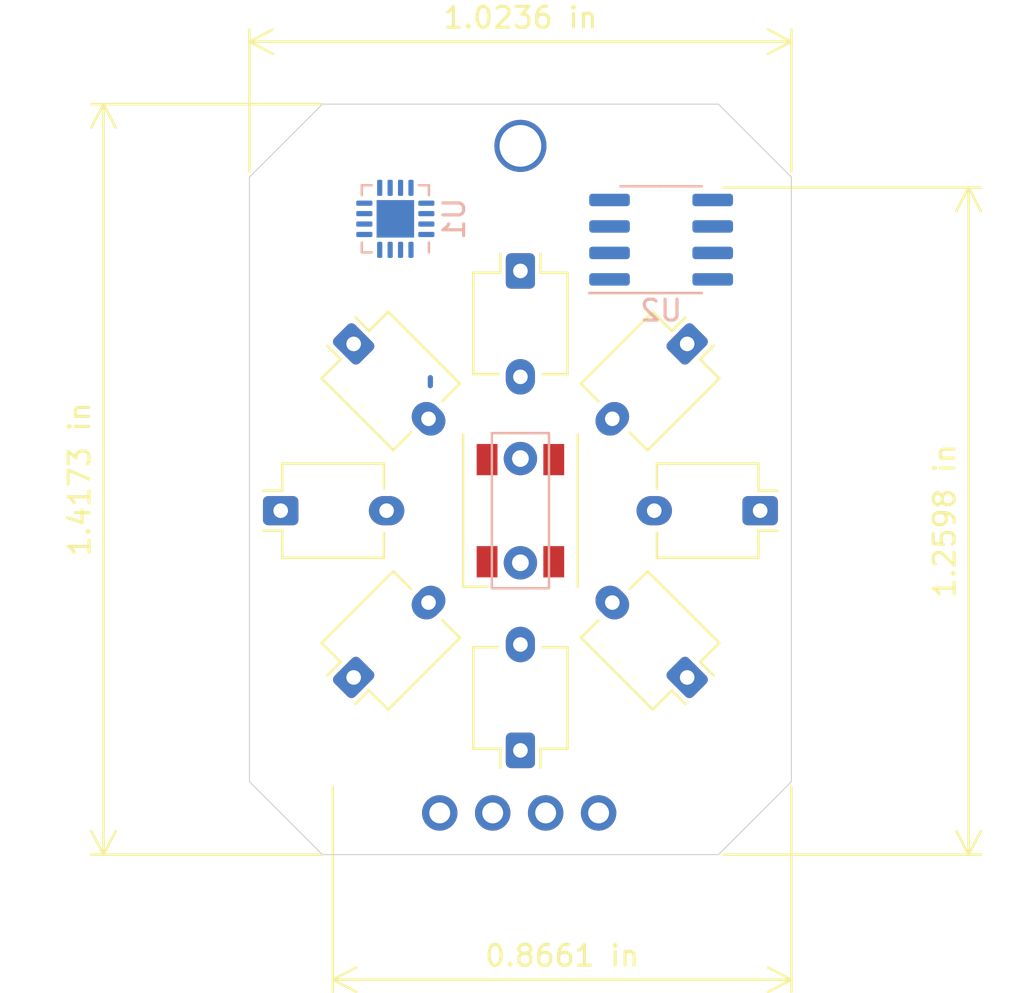
<source format=kicad_pcb>
(kicad_pcb (version 20171130) (host pcbnew 5.1.5+dfsg1-2build2)

  (general
    (thickness 1.6)
    (drawings 13)
    (tracks 2)
    (zones 0)
    (modules 13)
    (nets 13)
  )

  (page A4)
  (layers
    (0 F.Cu signal)
    (31 B.Cu signal)
    (32 B.Adhes user)
    (33 F.Adhes user)
    (34 B.Paste user)
    (35 F.Paste user)
    (36 B.SilkS user)
    (37 F.SilkS user)
    (38 B.Mask user)
    (39 F.Mask user)
    (40 Dwgs.User user)
    (41 Cmts.User user)
    (42 Eco1.User user)
    (43 Eco2.User user)
    (44 Edge.Cuts user)
    (45 Margin user)
    (46 B.CrtYd user)
    (47 F.CrtYd user)
    (48 B.Fab user)
    (49 F.Fab user)
  )

  (setup
    (last_trace_width 0.25)
    (trace_clearance 0.2)
    (zone_clearance 0.508)
    (zone_45_only no)
    (trace_min 0.2)
    (via_size 0.8)
    (via_drill 0.4)
    (via_min_size 0.4)
    (via_min_drill 0.3)
    (uvia_size 0.3)
    (uvia_drill 0.1)
    (uvias_allowed no)
    (uvia_min_size 0.2)
    (uvia_min_drill 0.1)
    (edge_width 0.05)
    (segment_width 0.2)
    (pcb_text_width 0.3)
    (pcb_text_size 1.5 1.5)
    (mod_edge_width 0.12)
    (mod_text_size 1 1)
    (mod_text_width 0.15)
    (pad_size 1.7 1.7)
    (pad_drill 1)
    (pad_to_mask_clearance 0.051)
    (solder_mask_min_width 0.25)
    (aux_axis_origin 0 0)
    (visible_elements FFFFFF7F)
    (pcbplotparams
      (layerselection 0x010fc_ffffffff)
      (usegerberextensions false)
      (usegerberattributes false)
      (usegerberadvancedattributes false)
      (creategerberjobfile false)
      (excludeedgelayer true)
      (linewidth 0.100000)
      (plotframeref false)
      (viasonmask false)
      (mode 1)
      (useauxorigin false)
      (hpglpennumber 1)
      (hpglpenspeed 20)
      (hpglpendiameter 15.000000)
      (psnegative false)
      (psa4output false)
      (plotreference true)
      (plotvalue true)
      (plotinvisibletext false)
      (padsonsilk false)
      (subtractmaskfromsilk false)
      (outputformat 1)
      (mirror false)
      (drillshape 1)
      (scaleselection 1)
      (outputdirectory ""))
  )

  (net 0 "")
  (net 1 "Net-(D1-Pad2)")
  (net 2 "Net-(D2-Pad2)")
  (net 3 "Net-(D3-Pad2)")
  (net 4 "Net-(D4-Pad2)")
  (net 5 "Net-(D5-Pad2)")
  (net 6 "Net-(D6-Pad2)")
  (net 7 "Net-(D7-Pad2)")
  (net 8 "Net-(D1-Pad1)")
  (net 9 GND)
  (net 10 "Net-(U1-Pad15)")
  (net 11 "Net-(U1-Pad11)")
  (net 12 "Net-(C1-Pad1)")

  (net_class Default "This is the default net class."
    (clearance 0.2)
    (trace_width 0.25)
    (via_dia 0.8)
    (via_drill 0.4)
    (uvia_dia 0.3)
    (uvia_drill 0.1)
    (add_net GND)
    (add_net "Net-(C1-Pad1)")
    (add_net "Net-(D1-Pad1)")
    (add_net "Net-(D1-Pad2)")
    (add_net "Net-(D2-Pad2)")
    (add_net "Net-(D3-Pad2)")
    (add_net "Net-(D4-Pad2)")
    (add_net "Net-(D5-Pad2)")
    (add_net "Net-(D6-Pad2)")
    (add_net "Net-(D7-Pad2)")
    (add_net "Net-(D9-Pad1)")
    (add_net "Net-(D9-Pad2)")
    (add_net "Net-(D9-Pad4)")
    (add_net "Net-(J1-Pad2)")
    (add_net "Net-(J1-Pad3)")
    (add_net "Net-(J1-Pad4)")
    (add_net "Net-(U1-Pad10)")
    (add_net "Net-(U1-Pad11)")
    (add_net "Net-(U1-Pad15)")
    (add_net "Net-(U1-Pad16)")
    (add_net "Net-(U1-Pad17)")
    (add_net "Net-(U1-Pad3)")
    (add_net "Net-(U1-Pad4)")
    (add_net "Net-(U1-Pad5)")
    (add_net "Net-(U1-Pad6)")
    (add_net "Net-(U1-Pad7)")
    (add_net "Net-(U1-Pad8)")
    (add_net "Net-(U1-Pad9)")
    (add_net "Net-(U2-Pad7)")
  )

  (module Connector_PinHeader_2.54mm:PinHeader_1x04_P2.54mm_Vertical (layer F.Cu) (tedit 604C8B6A) (tstamp 604C9BB2)
    (at 183.75 114.5 270)
    (descr "Through hole straight pin header, 1x04, 2.54mm pitch, single row")
    (tags "Through hole pin header THT 1x04 2.54mm single row")
    (path /604D8153)
    (fp_text reference J1 (at 0 -2.33 270) (layer F.SilkS) hide
      (effects (font (size 1 1) (thickness 0.15)))
    )
    (fp_text value Conn_01x04_MountingPin (at 0 9.95 270) (layer F.Fab) hide
      (effects (font (size 1 1) (thickness 0.15)))
    )
    (fp_text user %R (at 0 3.81) (layer F.Fab)
      (effects (font (size 1 1) (thickness 0.15)))
    )
    (fp_line (start 1.8 -1.8) (end -1.8 -1.8) (layer F.CrtYd) (width 0.05))
    (fp_line (start 1.8 9.4) (end 1.8 -1.8) (layer F.CrtYd) (width 0.05))
    (fp_line (start -1.8 9.4) (end 1.8 9.4) (layer F.CrtYd) (width 0.05))
    (fp_line (start -1.8 -1.8) (end -1.8 9.4) (layer F.CrtYd) (width 0.05))
    (pad 4 thru_hole oval (at 0 7.62 270) (size 1.7 1.7) (drill 1) (layers *.Cu *.Mask))
    (pad 3 thru_hole oval (at 0 5.08 270) (size 1.7 1.7) (drill 1) (layers *.Cu *.Mask))
    (pad 2 thru_hole oval (at 0 2.54 270) (size 1.7 1.7) (drill 1) (layers *.Cu *.Mask))
    (pad 1 thru_hole circle (at 0 0 270) (size 1.7 1.7) (drill 1) (layers *.Cu *.Mask)
      (net 9 GND))
    (model ${KISYS3DMOD}/Connector_PinHeader_2.54mm.3dshapes/PinHeader_1x04_P2.54mm_Vertical.wrl
      (at (xyz 0 0 0))
      (scale (xyz 1 1 1))
      (rotate (xyz 0 0 0))
    )
  )

  (module Capacitor_THT:C_Rect_L7.2mm_W2.5mm_P5.00mm_FKS2_FKP2_MKS2_MKP2 (layer B.Cu) (tedit 5AE50EF0) (tstamp 604BFC31)
    (at 180 102.5 90)
    (descr "C, Rect series, Radial, pin pitch=5.00mm, , length*width=7.2*2.5mm^2, Capacitor, http://www.wima.com/EN/WIMA_FKS_2.pdf")
    (tags "C Rect series Radial pin pitch 5.00mm  length 7.2mm width 2.5mm Capacitor")
    (path /6058E241)
    (fp_text reference C1 (at 2.5 2.5 90) (layer B.SilkS) hide
      (effects (font (size 1 1) (thickness 0.15)) (justify mirror))
    )
    (fp_text value C (at 2.5 -2.5 90) (layer B.Fab) hide
      (effects (font (size 1 1) (thickness 0.15)) (justify mirror))
    )
    (fp_line (start 6.35 1.5) (end -1.35 1.5) (layer B.CrtYd) (width 0.05))
    (fp_line (start 6.35 -1.5) (end 6.35 1.5) (layer B.CrtYd) (width 0.05))
    (fp_line (start -1.35 -1.5) (end 6.35 -1.5) (layer B.CrtYd) (width 0.05))
    (fp_line (start -1.35 1.5) (end -1.35 -1.5) (layer B.CrtYd) (width 0.05))
    (fp_line (start 6.22 1.37) (end 6.22 -1.37) (layer B.SilkS) (width 0.12))
    (fp_line (start -1.22 1.37) (end -1.22 -1.37) (layer B.SilkS) (width 0.12))
    (fp_line (start -1.22 -1.37) (end 6.22 -1.37) (layer B.SilkS) (width 0.12))
    (fp_line (start -1.22 1.37) (end 6.22 1.37) (layer B.SilkS) (width 0.12))
    (fp_line (start 6.1 1.25) (end -1.1 1.25) (layer B.Fab) (width 0.1))
    (fp_line (start 6.1 -1.25) (end 6.1 1.25) (layer B.Fab) (width 0.1))
    (fp_line (start -1.1 -1.25) (end 6.1 -1.25) (layer B.Fab) (width 0.1))
    (fp_line (start -1.1 1.25) (end -1.1 -1.25) (layer B.Fab) (width 0.1))
    (pad 2 thru_hole circle (at 5 0 90) (size 1.6 1.6) (drill 0.8) (layers *.Cu *.Mask)
      (net 9 GND))
    (pad 1 thru_hole circle (at 0 0 90) (size 1.6 1.6) (drill 0.8) (layers *.Cu *.Mask)
      (net 12 "Net-(C1-Pad1)"))
    (model ${KISYS3DMOD}/Capacitor_THT.3dshapes/C_Rect_L7.2mm_W2.5mm_P5.00mm_FKS2_FKP2_MKS2_MKP2.wrl
      (at (xyz 0 0 0))
      (scale (xyz 1 1 1))
      (rotate (xyz 0 0 0))
    )
  )

  (module Package_SO:SOIC-8_3.9x4.9mm_P1.27mm (layer B.Cu) (tedit 5D9F72B1) (tstamp 604BB6CF)
    (at 186.75 87)
    (descr "SOIC, 8 Pin (JEDEC MS-012AA, https://www.analog.com/media/en/package-pcb-resources/package/pkg_pdf/soic_narrow-r/r_8.pdf), generated with kicad-footprint-generator ipc_gullwing_generator.py")
    (tags "SOIC SO")
    (path /60503D62)
    (attr smd)
    (fp_text reference U2 (at 0 3.4) (layer B.SilkS)
      (effects (font (size 1 1) (thickness 0.15)) (justify mirror))
    )
    (fp_text value MSP430G2210ID (at 0 -3.4) (layer B.Fab)
      (effects (font (size 1 1) (thickness 0.15)) (justify mirror))
    )
    (fp_text user %R (at 0 0) (layer B.Fab)
      (effects (font (size 0.98 0.98) (thickness 0.15)) (justify mirror))
    )
    (fp_line (start 3.7 2.7) (end -3.7 2.7) (layer B.CrtYd) (width 0.05))
    (fp_line (start 3.7 -2.7) (end 3.7 2.7) (layer B.CrtYd) (width 0.05))
    (fp_line (start -3.7 -2.7) (end 3.7 -2.7) (layer B.CrtYd) (width 0.05))
    (fp_line (start -3.7 2.7) (end -3.7 -2.7) (layer B.CrtYd) (width 0.05))
    (fp_line (start -1.95 1.475) (end -0.975 2.45) (layer B.Fab) (width 0.1))
    (fp_line (start -1.95 -2.45) (end -1.95 1.475) (layer B.Fab) (width 0.1))
    (fp_line (start 1.95 -2.45) (end -1.95 -2.45) (layer B.Fab) (width 0.1))
    (fp_line (start 1.95 2.45) (end 1.95 -2.45) (layer B.Fab) (width 0.1))
    (fp_line (start -0.975 2.45) (end 1.95 2.45) (layer B.Fab) (width 0.1))
    (fp_line (start 0 2.56) (end -3.45 2.56) (layer B.SilkS) (width 0.12))
    (fp_line (start 0 2.56) (end 1.95 2.56) (layer B.SilkS) (width 0.12))
    (fp_line (start 0 -2.56) (end -1.95 -2.56) (layer B.SilkS) (width 0.12))
    (fp_line (start 0 -2.56) (end 1.95 -2.56) (layer B.SilkS) (width 0.12))
    (pad 8 smd roundrect (at 2.475 1.905) (size 1.95 0.6) (layers B.Cu B.Paste B.Mask) (roundrect_rratio 0.25))
    (pad 7 smd roundrect (at 2.475 0.635) (size 1.95 0.6) (layers B.Cu B.Paste B.Mask) (roundrect_rratio 0.25))
    (pad 6 smd roundrect (at 2.475 -0.635) (size 1.95 0.6) (layers B.Cu B.Paste B.Mask) (roundrect_rratio 0.25))
    (pad 5 smd roundrect (at 2.475 -1.905) (size 1.95 0.6) (layers B.Cu B.Paste B.Mask) (roundrect_rratio 0.25))
    (pad 4 smd roundrect (at -2.475 -1.905) (size 1.95 0.6) (layers B.Cu B.Paste B.Mask) (roundrect_rratio 0.25)
      (net 11 "Net-(U1-Pad11)"))
    (pad 3 smd roundrect (at -2.475 -0.635) (size 1.95 0.6) (layers B.Cu B.Paste B.Mask) (roundrect_rratio 0.25))
    (pad 2 smd roundrect (at -2.475 0.635) (size 1.95 0.6) (layers B.Cu B.Paste B.Mask) (roundrect_rratio 0.25))
    (pad 1 smd roundrect (at -2.475 1.905) (size 1.95 0.6) (layers B.Cu B.Paste B.Mask) (roundrect_rratio 0.25)
      (net 10 "Net-(U1-Pad15)"))
    (model ${KISYS3DMOD}/Package_SO.3dshapes/SOIC-8_3.9x4.9mm_P1.27mm.wrl
      (at (xyz 0 0 0))
      (scale (xyz 1 1 1))
      (rotate (xyz 0 0 0))
    )
  )

  (module LED_SMD:LED_WS2812B_PLCC4_5.0x5.0mm_P3.2mm (layer F.Cu) (tedit 5AA4B285) (tstamp 604BB663)
    (at 180 100 270)
    (descr https://cdn-shop.adafruit.com/datasheets/WS2812B.pdf)
    (tags "LED RGB NeoPixel")
    (path /605000CA)
    (attr smd)
    (fp_text reference D9 (at 0 -3.5 90) (layer F.SilkS) hide
      (effects (font (size 1 1) (thickness 0.15)))
    )
    (fp_text value WS2812B (at 0 4 90) (layer F.Fab) hide
      (effects (font (size 1 1) (thickness 0.15)))
    )
    (fp_line (start 3.45 -2.75) (end -3.45 -2.75) (layer F.CrtYd) (width 0.05))
    (fp_line (start 3.45 2.75) (end 3.45 -2.75) (layer F.CrtYd) (width 0.05))
    (fp_line (start -3.45 2.75) (end 3.45 2.75) (layer F.CrtYd) (width 0.05))
    (fp_line (start -3.45 -2.75) (end -3.45 2.75) (layer F.CrtYd) (width 0.05))
    (fp_line (start 2.5 1.5) (end 1.5 2.5) (layer F.Fab) (width 0.1))
    (fp_line (start -2.5 -2.5) (end -2.5 2.5) (layer F.Fab) (width 0.1))
    (fp_line (start -2.5 2.5) (end 2.5 2.5) (layer F.Fab) (width 0.1))
    (fp_line (start 2.5 2.5) (end 2.5 -2.5) (layer F.Fab) (width 0.1))
    (fp_line (start 2.5 -2.5) (end -2.5 -2.5) (layer F.Fab) (width 0.1))
    (fp_line (start -3.65 -2.75) (end 3.65 -2.75) (layer F.SilkS) (width 0.12))
    (fp_line (start -3.65 2.75) (end 3.65 2.75) (layer F.SilkS) (width 0.12))
    (fp_line (start 3.65 2.75) (end 3.65 1.6) (layer F.SilkS) (width 0.12))
    (fp_circle (center 0 0) (end 0 -2) (layer F.Fab) (width 0.1))
    (pad 3 smd rect (at 2.45 1.6 270) (size 1.5 1) (layers F.Cu F.Paste F.Mask)
      (net 9 GND))
    (pad 4 smd rect (at 2.45 -1.6 270) (size 1.5 1) (layers F.Cu F.Paste F.Mask))
    (pad 2 smd rect (at -2.45 1.6 270) (size 1.5 1) (layers F.Cu F.Paste F.Mask))
    (pad 1 smd rect (at -2.45 -1.6 270) (size 1.5 1) (layers F.Cu F.Paste F.Mask))
    (model ${KISYS3DMOD}/LED_SMD.3dshapes/LED_WS2812B_PLCC4_5.0x5.0mm_P3.2mm.wrl
      (at (xyz 0 0 0))
      (scale (xyz 1 1 1))
      (rotate (xyz 0 0 0))
    )
  )

  (module footprints:VQFN-16-1EP_3x3mm_P0.5mm_EP1.8x1.8mm (layer B.Cu) (tedit 5DC5F6A8) (tstamp 604B9D4C)
    (at 174 86 90)
    (descr "VQFN, 16 Pin (https://www.st.com/resource/en/datasheet/stspin220.pdf), generated with kicad-footprint-generator ipc_noLead_generator.py")
    (tags "VQFN NoLead")
    (path /6049F0BD)
    (attr smd)
    (fp_text reference U1 (at 0 2.82 270) (layer B.SilkS)
      (effects (font (size 1 1) (thickness 0.15)) (justify mirror))
    )
    (fp_text value BQ25504 (at 0 -2.82 270) (layer B.Fab)
      (effects (font (size 1 1) (thickness 0.15)) (justify mirror))
    )
    (fp_text user %R (at 0 0 270) (layer B.Fab)
      (effects (font (size 0.75 0.75) (thickness 0.11)) (justify mirror))
    )
    (fp_line (start 2.12 2.12) (end -2.12 2.12) (layer B.CrtYd) (width 0.05))
    (fp_line (start 2.12 -2.12) (end 2.12 2.12) (layer B.CrtYd) (width 0.05))
    (fp_line (start -2.12 -2.12) (end 2.12 -2.12) (layer B.CrtYd) (width 0.05))
    (fp_line (start -2.12 2.12) (end -2.12 -2.12) (layer B.CrtYd) (width 0.05))
    (fp_line (start -1.5 0.75) (end -0.75 1.5) (layer B.Fab) (width 0.1))
    (fp_line (start -1.5 -1.5) (end -1.5 0.75) (layer B.Fab) (width 0.1))
    (fp_line (start 1.5 -1.5) (end -1.5 -1.5) (layer B.Fab) (width 0.1))
    (fp_line (start 1.5 1.5) (end 1.5 -1.5) (layer B.Fab) (width 0.1))
    (fp_line (start -0.75 1.5) (end 1.5 1.5) (layer B.Fab) (width 0.1))
    (fp_line (start -1.135 1.61) (end -1.61 1.61) (layer B.SilkS) (width 0.12))
    (fp_line (start 1.61 -1.61) (end 1.61 -1.135) (layer B.SilkS) (width 0.12))
    (fp_line (start 1.135 -1.61) (end 1.61 -1.61) (layer B.SilkS) (width 0.12))
    (fp_line (start -1.61 -1.61) (end -1.61 -1.135) (layer B.SilkS) (width 0.12))
    (fp_line (start -1.135 -1.61) (end -1.61 -1.61) (layer B.SilkS) (width 0.12))
    (fp_line (start 1.61 1.61) (end 1.61 1.135) (layer B.SilkS) (width 0.12))
    (fp_line (start 1.135 1.61) (end 1.61 1.61) (layer B.SilkS) (width 0.12))
    (pad "" smd roundrect (at 0.45 -0.45 90) (size 0.73 0.73) (layers B.Paste) (roundrect_rratio 0.25))
    (pad "" smd roundrect (at 0.45 0.45 90) (size 0.73 0.73) (layers B.Paste) (roundrect_rratio 0.25))
    (pad "" smd roundrect (at -0.45 -0.45 90) (size 0.73 0.73) (layers B.Paste) (roundrect_rratio 0.25))
    (pad "" smd roundrect (at -0.45 0.45 90) (size 0.73 0.73) (layers B.Paste) (roundrect_rratio 0.25))
    (pad 17 smd rect (at 0 0 90) (size 1.8 1.8) (layers B.Cu B.Mask))
    (pad 16 smd roundrect (at -0.75 1.4875 90) (size 0.25 0.775) (layers B.Cu B.Paste B.Mask) (roundrect_rratio 0.25))
    (pad 15 smd roundrect (at -0.25 1.4875 90) (size 0.25 0.775) (layers B.Cu B.Paste B.Mask) (roundrect_rratio 0.25)
      (net 10 "Net-(U1-Pad15)"))
    (pad 14 smd roundrect (at 0.25 1.4875 90) (size 0.25 0.775) (layers B.Cu B.Paste B.Mask) (roundrect_rratio 0.25)
      (net 12 "Net-(C1-Pad1)"))
    (pad 13 smd roundrect (at 0.75 1.4875 90) (size 0.25 0.775) (layers B.Cu B.Paste B.Mask) (roundrect_rratio 0.25)
      (net 9 GND))
    (pad 12 smd roundrect (at 1.4875 0.75 90) (size 0.775 0.25) (layers B.Cu B.Paste B.Mask) (roundrect_rratio 0.25)
      (net 9 GND))
    (pad 11 smd roundrect (at 1.4875 0.25 90) (size 0.775 0.25) (layers B.Cu B.Paste B.Mask) (roundrect_rratio 0.25)
      (net 11 "Net-(U1-Pad11)"))
    (pad 10 smd roundrect (at 1.4875 -0.25 90) (size 0.775 0.25) (layers B.Cu B.Paste B.Mask) (roundrect_rratio 0.25))
    (pad 9 smd roundrect (at 1.4875 -0.75 90) (size 0.775 0.25) (layers B.Cu B.Paste B.Mask) (roundrect_rratio 0.25))
    (pad 8 smd roundrect (at 0.75 -1.4875 90) (size 0.25 0.775) (layers B.Cu B.Paste B.Mask) (roundrect_rratio 0.25))
    (pad 7 smd roundrect (at 0.25 -1.4875 90) (size 0.25 0.775) (layers B.Cu B.Paste B.Mask) (roundrect_rratio 0.25))
    (pad 6 smd roundrect (at -0.25 -1.4875 90) (size 0.25 0.775) (layers B.Cu B.Paste B.Mask) (roundrect_rratio 0.25))
    (pad 5 smd roundrect (at -0.75 -1.4875 90) (size 0.25 0.775) (layers B.Cu B.Paste B.Mask) (roundrect_rratio 0.25))
    (pad 4 smd roundrect (at -1.4875 -0.75 90) (size 0.775 0.25) (layers B.Cu B.Paste B.Mask) (roundrect_rratio 0.25))
    (pad 3 smd roundrect (at -1.4875 -0.25 90) (size 0.775 0.25) (layers B.Cu B.Paste B.Mask) (roundrect_rratio 0.25))
    (pad 2 smd roundrect (at -1.4875 0.25 90) (size 0.775 0.25) (layers B.Cu B.Paste B.Mask) (roundrect_rratio 0.25)
      (net 8 "Net-(D1-Pad1)"))
    (pad 1 smd roundrect (at -1.4875 0.75 90) (size 0.775 0.25) (layers B.Cu B.Paste B.Mask) (roundrect_rratio 0.25)
      (net 9 GND))
    (model ${KISYS3DMOD}/Package_DFN_QFN.3dshapes/VQFN-16-1EP_3x3mm_P0.5mm_EP1.8x1.8mm.wrl
      (at (xyz 0 0 0))
      (scale (xyz 1 1 1))
      (rotate (xyz 0 0 0))
    )
  )

  (module OptoDevice:Osram_DIL2_4.3x4.65mm_P5.08mm (layer F.Cu) (tedit 5B887DD0) (tstamp 604A26E9)
    (at 191.5 100 180)
    (descr "PhotoDiode, plastic DIL, 4.3x4.65mm², RM5.08")
    (tags "PhotoDiode plastic DIL RM5.08")
    (path /604A5472)
    (fp_text reference D8 (at 2.54 -3.17) (layer F.SilkS) hide
      (effects (font (size 1 1) (thickness 0.15)))
    )
    (fp_text value BPW34 (at 2.54 3.17) (layer F.Fab) hide
      (effects (font (size 1 1) (thickness 0.15)))
    )
    (fp_line (start 0.08 0.96) (end -0.84 0.96) (layer F.SilkS) (width 0.12))
    (fp_line (start 0.08 -0.96) (end -0.84 -0.96) (layer F.SilkS) (width 0.12))
    (fp_line (start 6.18 2.4) (end -1.1 2.4) (layer F.CrtYd) (width 0.05))
    (fp_line (start 6.18 2.4) (end 6.18 -2.4) (layer F.CrtYd) (width 0.05))
    (fp_line (start -1.1 -2.4) (end -1.1 2.4) (layer F.CrtYd) (width 0.05))
    (fp_line (start -1.1 -2.4) (end 6.18 -2.4) (layer F.CrtYd) (width 0.05))
    (fp_line (start 1.02 0.64) (end 3.56 0.64) (layer F.Fab) (width 0.1))
    (fp_line (start 2.03 0) (end 2.03 1.27) (layer F.Fab) (width 0.1))
    (fp_line (start 2.67 1.27) (end 2.03 0.64) (layer F.Fab) (width 0.1))
    (fp_line (start 2.67 0) (end 2.67 1.27) (layer F.Fab) (width 0.1))
    (fp_line (start 2.03 0.64) (end 2.67 0) (layer F.Fab) (width 0.1))
    (fp_line (start 3.56 -1.14) (end 2.79 -0.38) (layer F.Fab) (width 0.1))
    (fp_line (start 3.05 -1.14) (end 2.29 -0.38) (layer F.Fab) (width 0.1))
    (fp_line (start 2.29 -0.38) (end 2.29 -0.64) (layer F.Fab) (width 0.1))
    (fp_line (start 2.29 -0.38) (end 2.54 -0.38) (layer F.Fab) (width 0.1))
    (fp_line (start 2.79 -0.38) (end 2.79 -0.64) (layer F.Fab) (width 0.1))
    (fp_line (start 2.79 -0.38) (end 3.05 -0.38) (layer F.Fab) (width 0.1))
    (fp_line (start 3.79 -1.5) (end 0.79 -1.5) (layer F.Fab) (width 0.1))
    (fp_line (start 0.79 1.5) (end 3.79 1.5) (layer F.Fab) (width 0.1))
    (fp_line (start 0.84 -2.15) (end 4.84 -2.15) (layer F.Fab) (width 0.1))
    (fp_line (start 0.19 -1.5) (end 0.84 -2.15) (layer F.Fab) (width 0.1))
    (fp_line (start 0.19 2.15) (end 0.19 -1.5) (layer F.Fab) (width 0.1))
    (fp_line (start 4.84 2.15) (end 0.19 2.15) (layer F.Fab) (width 0.1))
    (fp_line (start 4.84 -2.15) (end 4.84 2.15) (layer F.Fab) (width 0.1))
    (fp_line (start 4.95 -2.26) (end 4.95 -1.06) (layer F.SilkS) (width 0.12))
    (fp_line (start 0.08 -2.26) (end 4.95 -2.26) (layer F.SilkS) (width 0.12))
    (fp_line (start 4.95 2.26) (end 0.08 2.26) (layer F.SilkS) (width 0.12))
    (fp_line (start 4.95 1.06) (end 4.95 2.26) (layer F.SilkS) (width 0.12))
    (fp_line (start 0.08 -2.26) (end 0.08 -0.96) (layer F.SilkS) (width 0.12))
    (fp_line (start 0.08 0.96) (end 0.08 2.26) (layer F.SilkS) (width 0.12))
    (fp_line (start 0.79 -1.5) (end 0.79 1.5) (layer F.Fab) (width 0.1))
    (fp_line (start 3.79 1.5) (end 3.79 -1.5) (layer F.Fab) (width 0.1))
    (pad 1 thru_hole roundrect (at 0 0 180) (size 1.7 1.4) (drill 0.7) (layers *.Cu *.Mask) (roundrect_rratio 0.178)
      (net 7 "Net-(D7-Pad2)"))
    (pad 2 thru_hole oval (at 5.08 0 180) (size 1.7 1.4) (drill 0.7) (layers *.Cu *.Mask)
      (net 9 GND))
    (model ${KISYS3DMOD}/OptoDevice.3dshapes/Osram_DIL2_4.3x4.65mm_P5.08mm.wrl
      (at (xyz 0 0 0))
      (scale (xyz 1 1 1))
      (rotate (xyz 0 0 0))
    )
  )

  (module OptoDevice:Osram_DIL2_4.3x4.65mm_P5.08mm (layer F.Cu) (tedit 5B887DD0) (tstamp 604A26C2)
    (at 188 108 135)
    (descr "PhotoDiode, plastic DIL, 4.3x4.65mm², RM5.08")
    (tags "PhotoDiode plastic DIL RM5.08")
    (path /604A5076)
    (fp_text reference D7 (at 2.54 -3.17 135) (layer F.SilkS) hide
      (effects (font (size 1 1) (thickness 0.15)))
    )
    (fp_text value BPW34 (at 2.54 3.17 135) (layer F.Fab) hide
      (effects (font (size 1 1) (thickness 0.15)))
    )
    (fp_line (start 0.08 0.96) (end -0.84 0.96) (layer F.SilkS) (width 0.12))
    (fp_line (start 0.08 -0.96) (end -0.84 -0.96) (layer F.SilkS) (width 0.12))
    (fp_line (start 6.18 2.4) (end -1.1 2.4) (layer F.CrtYd) (width 0.05))
    (fp_line (start 6.18 2.4) (end 6.18 -2.4) (layer F.CrtYd) (width 0.05))
    (fp_line (start -1.1 -2.4) (end -1.1 2.4) (layer F.CrtYd) (width 0.05))
    (fp_line (start -1.1 -2.4) (end 6.18 -2.4) (layer F.CrtYd) (width 0.05))
    (fp_line (start 1.02 0.64) (end 3.56 0.64) (layer F.Fab) (width 0.1))
    (fp_line (start 2.03 0) (end 2.03 1.27) (layer F.Fab) (width 0.1))
    (fp_line (start 2.67 1.27) (end 2.03 0.64) (layer F.Fab) (width 0.1))
    (fp_line (start 2.67 0) (end 2.67 1.27) (layer F.Fab) (width 0.1))
    (fp_line (start 2.03 0.64) (end 2.67 0) (layer F.Fab) (width 0.1))
    (fp_line (start 3.56 -1.14) (end 2.79 -0.38) (layer F.Fab) (width 0.1))
    (fp_line (start 3.05 -1.14) (end 2.29 -0.38) (layer F.Fab) (width 0.1))
    (fp_line (start 2.29 -0.38) (end 2.29 -0.64) (layer F.Fab) (width 0.1))
    (fp_line (start 2.29 -0.38) (end 2.54 -0.38) (layer F.Fab) (width 0.1))
    (fp_line (start 2.79 -0.38) (end 2.79 -0.64) (layer F.Fab) (width 0.1))
    (fp_line (start 2.79 -0.38) (end 3.05 -0.38) (layer F.Fab) (width 0.1))
    (fp_line (start 3.79 -1.5) (end 0.79 -1.5) (layer F.Fab) (width 0.1))
    (fp_line (start 0.79 1.5) (end 3.79 1.5) (layer F.Fab) (width 0.1))
    (fp_line (start 0.84 -2.15) (end 4.84 -2.15) (layer F.Fab) (width 0.1))
    (fp_line (start 0.19 -1.5) (end 0.84 -2.15) (layer F.Fab) (width 0.1))
    (fp_line (start 0.19 2.15) (end 0.19 -1.5) (layer F.Fab) (width 0.1))
    (fp_line (start 4.84 2.15) (end 0.19 2.15) (layer F.Fab) (width 0.1))
    (fp_line (start 4.84 -2.15) (end 4.84 2.15) (layer F.Fab) (width 0.1))
    (fp_line (start 4.95 -2.26) (end 4.95 -1.06) (layer F.SilkS) (width 0.12))
    (fp_line (start 0.08 -2.26) (end 4.95 -2.26) (layer F.SilkS) (width 0.12))
    (fp_line (start 4.95 2.26) (end 0.08 2.26) (layer F.SilkS) (width 0.12))
    (fp_line (start 4.95 1.06) (end 4.95 2.26) (layer F.SilkS) (width 0.12))
    (fp_line (start 0.08 -2.26) (end 0.08 -0.96) (layer F.SilkS) (width 0.12))
    (fp_line (start 0.08 0.96) (end 0.08 2.26) (layer F.SilkS) (width 0.12))
    (fp_line (start 0.79 -1.5) (end 0.79 1.5) (layer F.Fab) (width 0.1))
    (fp_line (start 3.79 1.5) (end 3.79 -1.5) (layer F.Fab) (width 0.1))
    (pad 1 thru_hole roundrect (at 0 0 135) (size 1.7 1.4) (drill 0.7) (layers *.Cu *.Mask) (roundrect_rratio 0.178)
      (net 6 "Net-(D6-Pad2)"))
    (pad 2 thru_hole oval (at 5.08 0 135) (size 1.7 1.4) (drill 0.7) (layers *.Cu *.Mask)
      (net 7 "Net-(D7-Pad2)"))
    (model ${KISYS3DMOD}/OptoDevice.3dshapes/Osram_DIL2_4.3x4.65mm_P5.08mm.wrl
      (at (xyz 0 0 0))
      (scale (xyz 1 1 1))
      (rotate (xyz 0 0 0))
    )
  )

  (module OptoDevice:Osram_DIL2_4.3x4.65mm_P5.08mm (layer F.Cu) (tedit 5B887DD0) (tstamp 604A269B)
    (at 180 111.5 90)
    (descr "PhotoDiode, plastic DIL, 4.3x4.65mm², RM5.08")
    (tags "PhotoDiode plastic DIL RM5.08")
    (path /604A4D2B)
    (fp_text reference D6 (at 2.54 -3.17 90) (layer F.SilkS) hide
      (effects (font (size 1 1) (thickness 0.15)))
    )
    (fp_text value BPW34 (at 2.54 3.17 90) (layer F.Fab) hide
      (effects (font (size 1 1) (thickness 0.15)))
    )
    (fp_line (start 0.08 0.96) (end -0.84 0.96) (layer F.SilkS) (width 0.12))
    (fp_line (start 0.08 -0.96) (end -0.84 -0.96) (layer F.SilkS) (width 0.12))
    (fp_line (start 6.18 2.4) (end -1.1 2.4) (layer F.CrtYd) (width 0.05))
    (fp_line (start 6.18 2.4) (end 6.18 -2.4) (layer F.CrtYd) (width 0.05))
    (fp_line (start -1.1 -2.4) (end -1.1 2.4) (layer F.CrtYd) (width 0.05))
    (fp_line (start -1.1 -2.4) (end 6.18 -2.4) (layer F.CrtYd) (width 0.05))
    (fp_line (start 1.02 0.64) (end 3.56 0.64) (layer F.Fab) (width 0.1))
    (fp_line (start 2.03 0) (end 2.03 1.27) (layer F.Fab) (width 0.1))
    (fp_line (start 2.67 1.27) (end 2.03 0.64) (layer F.Fab) (width 0.1))
    (fp_line (start 2.67 0) (end 2.67 1.27) (layer F.Fab) (width 0.1))
    (fp_line (start 2.03 0.64) (end 2.67 0) (layer F.Fab) (width 0.1))
    (fp_line (start 3.56 -1.14) (end 2.79 -0.38) (layer F.Fab) (width 0.1))
    (fp_line (start 3.05 -1.14) (end 2.29 -0.38) (layer F.Fab) (width 0.1))
    (fp_line (start 2.29 -0.38) (end 2.29 -0.64) (layer F.Fab) (width 0.1))
    (fp_line (start 2.29 -0.38) (end 2.54 -0.38) (layer F.Fab) (width 0.1))
    (fp_line (start 2.79 -0.38) (end 2.79 -0.64) (layer F.Fab) (width 0.1))
    (fp_line (start 2.79 -0.38) (end 3.05 -0.38) (layer F.Fab) (width 0.1))
    (fp_line (start 3.79 -1.5) (end 0.79 -1.5) (layer F.Fab) (width 0.1))
    (fp_line (start 0.79 1.5) (end 3.79 1.5) (layer F.Fab) (width 0.1))
    (fp_line (start 0.84 -2.15) (end 4.84 -2.15) (layer F.Fab) (width 0.1))
    (fp_line (start 0.19 -1.5) (end 0.84 -2.15) (layer F.Fab) (width 0.1))
    (fp_line (start 0.19 2.15) (end 0.19 -1.5) (layer F.Fab) (width 0.1))
    (fp_line (start 4.84 2.15) (end 0.19 2.15) (layer F.Fab) (width 0.1))
    (fp_line (start 4.84 -2.15) (end 4.84 2.15) (layer F.Fab) (width 0.1))
    (fp_line (start 4.95 -2.26) (end 4.95 -1.06) (layer F.SilkS) (width 0.12))
    (fp_line (start 0.08 -2.26) (end 4.95 -2.26) (layer F.SilkS) (width 0.12))
    (fp_line (start 4.95 2.26) (end 0.08 2.26) (layer F.SilkS) (width 0.12))
    (fp_line (start 4.95 1.06) (end 4.95 2.26) (layer F.SilkS) (width 0.12))
    (fp_line (start 0.08 -2.26) (end 0.08 -0.96) (layer F.SilkS) (width 0.12))
    (fp_line (start 0.08 0.96) (end 0.08 2.26) (layer F.SilkS) (width 0.12))
    (fp_line (start 0.79 -1.5) (end 0.79 1.5) (layer F.Fab) (width 0.1))
    (fp_line (start 3.79 1.5) (end 3.79 -1.5) (layer F.Fab) (width 0.1))
    (pad 1 thru_hole roundrect (at 0 0 90) (size 1.7 1.4) (drill 0.7) (layers *.Cu *.Mask) (roundrect_rratio 0.178)
      (net 5 "Net-(D5-Pad2)"))
    (pad 2 thru_hole oval (at 5.08 0 90) (size 1.7 1.4) (drill 0.7) (layers *.Cu *.Mask)
      (net 6 "Net-(D6-Pad2)"))
    (model ${KISYS3DMOD}/OptoDevice.3dshapes/Osram_DIL2_4.3x4.65mm_P5.08mm.wrl
      (at (xyz 0 0 0))
      (scale (xyz 1 1 1))
      (rotate (xyz 0 0 0))
    )
  )

  (module OptoDevice:Osram_DIL2_4.3x4.65mm_P5.08mm (layer F.Cu) (tedit 5B887DD0) (tstamp 604A2674)
    (at 172 108 45)
    (descr "PhotoDiode, plastic DIL, 4.3x4.65mm², RM5.08")
    (tags "PhotoDiode plastic DIL RM5.08")
    (path /604A43DA)
    (fp_text reference D5 (at 2.54 -3.17 45) (layer F.SilkS) hide
      (effects (font (size 1 1) (thickness 0.15)))
    )
    (fp_text value BPW34 (at 2.54 3.17 45) (layer F.Fab) hide
      (effects (font (size 1 1) (thickness 0.15)))
    )
    (fp_line (start 0.08 0.96) (end -0.84 0.96) (layer F.SilkS) (width 0.12))
    (fp_line (start 0.08 -0.96) (end -0.84 -0.96) (layer F.SilkS) (width 0.12))
    (fp_line (start 6.18 2.4) (end -1.1 2.4) (layer F.CrtYd) (width 0.05))
    (fp_line (start 6.18 2.4) (end 6.18 -2.4) (layer F.CrtYd) (width 0.05))
    (fp_line (start -1.1 -2.4) (end -1.1 2.4) (layer F.CrtYd) (width 0.05))
    (fp_line (start -1.1 -2.4) (end 6.18 -2.4) (layer F.CrtYd) (width 0.05))
    (fp_line (start 1.02 0.64) (end 3.56 0.64) (layer F.Fab) (width 0.1))
    (fp_line (start 2.03 0) (end 2.03 1.27) (layer F.Fab) (width 0.1))
    (fp_line (start 2.67 1.27) (end 2.03 0.64) (layer F.Fab) (width 0.1))
    (fp_line (start 2.67 0) (end 2.67 1.27) (layer F.Fab) (width 0.1))
    (fp_line (start 2.03 0.64) (end 2.67 0) (layer F.Fab) (width 0.1))
    (fp_line (start 3.56 -1.14) (end 2.79 -0.38) (layer F.Fab) (width 0.1))
    (fp_line (start 3.05 -1.14) (end 2.29 -0.38) (layer F.Fab) (width 0.1))
    (fp_line (start 2.29 -0.38) (end 2.29 -0.64) (layer F.Fab) (width 0.1))
    (fp_line (start 2.29 -0.38) (end 2.54 -0.38) (layer F.Fab) (width 0.1))
    (fp_line (start 2.79 -0.38) (end 2.79 -0.64) (layer F.Fab) (width 0.1))
    (fp_line (start 2.79 -0.38) (end 3.05 -0.38) (layer F.Fab) (width 0.1))
    (fp_line (start 3.79 -1.5) (end 0.79 -1.5) (layer F.Fab) (width 0.1))
    (fp_line (start 0.79 1.5) (end 3.79 1.5) (layer F.Fab) (width 0.1))
    (fp_line (start 0.84 -2.15) (end 4.84 -2.15) (layer F.Fab) (width 0.1))
    (fp_line (start 0.19 -1.5) (end 0.84 -2.15) (layer F.Fab) (width 0.1))
    (fp_line (start 0.19 2.15) (end 0.19 -1.5) (layer F.Fab) (width 0.1))
    (fp_line (start 4.84 2.15) (end 0.19 2.15) (layer F.Fab) (width 0.1))
    (fp_line (start 4.84 -2.15) (end 4.84 2.15) (layer F.Fab) (width 0.1))
    (fp_line (start 4.95 -2.26) (end 4.95 -1.06) (layer F.SilkS) (width 0.12))
    (fp_line (start 0.08 -2.26) (end 4.95 -2.26) (layer F.SilkS) (width 0.12))
    (fp_line (start 4.95 2.26) (end 0.08 2.26) (layer F.SilkS) (width 0.12))
    (fp_line (start 4.95 1.06) (end 4.95 2.26) (layer F.SilkS) (width 0.12))
    (fp_line (start 0.08 -2.26) (end 0.08 -0.96) (layer F.SilkS) (width 0.12))
    (fp_line (start 0.08 0.96) (end 0.08 2.26) (layer F.SilkS) (width 0.12))
    (fp_line (start 0.79 -1.5) (end 0.79 1.5) (layer F.Fab) (width 0.1))
    (fp_line (start 3.79 1.5) (end 3.79 -1.5) (layer F.Fab) (width 0.1))
    (pad 1 thru_hole roundrect (at 0 0 45) (size 1.7 1.4) (drill 0.7) (layers *.Cu *.Mask) (roundrect_rratio 0.178)
      (net 4 "Net-(D4-Pad2)"))
    (pad 2 thru_hole oval (at 5.08 0 45) (size 1.7 1.4) (drill 0.7) (layers *.Cu *.Mask)
      (net 5 "Net-(D5-Pad2)"))
    (model ${KISYS3DMOD}/OptoDevice.3dshapes/Osram_DIL2_4.3x4.65mm_P5.08mm.wrl
      (at (xyz 0 0 0))
      (scale (xyz 1 1 1))
      (rotate (xyz 0 0 0))
    )
  )

  (module OptoDevice:Osram_DIL2_4.3x4.65mm_P5.08mm (layer F.Cu) (tedit 5B887DD0) (tstamp 604A264D)
    (at 168.5 100)
    (descr "PhotoDiode, plastic DIL, 4.3x4.65mm², RM5.08")
    (tags "PhotoDiode plastic DIL RM5.08")
    (path /604A40FE)
    (fp_text reference D4 (at 2.54 -3.17) (layer F.SilkS) hide
      (effects (font (size 1 1) (thickness 0.15)))
    )
    (fp_text value BPW34 (at 2.54 3.17) (layer F.Fab) hide
      (effects (font (size 1 1) (thickness 0.15)))
    )
    (fp_line (start 0.08 0.96) (end -0.84 0.96) (layer F.SilkS) (width 0.12))
    (fp_line (start 0.08 -0.96) (end -0.84 -0.96) (layer F.SilkS) (width 0.12))
    (fp_line (start 6.18 2.4) (end -1.1 2.4) (layer F.CrtYd) (width 0.05))
    (fp_line (start 6.18 2.4) (end 6.18 -2.4) (layer F.CrtYd) (width 0.05))
    (fp_line (start -1.1 -2.4) (end -1.1 2.4) (layer F.CrtYd) (width 0.05))
    (fp_line (start -1.1 -2.4) (end 6.18 -2.4) (layer F.CrtYd) (width 0.05))
    (fp_line (start 1.02 0.64) (end 3.56 0.64) (layer F.Fab) (width 0.1))
    (fp_line (start 2.03 0) (end 2.03 1.27) (layer F.Fab) (width 0.1))
    (fp_line (start 2.67 1.27) (end 2.03 0.64) (layer F.Fab) (width 0.1))
    (fp_line (start 2.67 0) (end 2.67 1.27) (layer F.Fab) (width 0.1))
    (fp_line (start 2.03 0.64) (end 2.67 0) (layer F.Fab) (width 0.1))
    (fp_line (start 3.56 -1.14) (end 2.79 -0.38) (layer F.Fab) (width 0.1))
    (fp_line (start 3.05 -1.14) (end 2.29 -0.38) (layer F.Fab) (width 0.1))
    (fp_line (start 2.29 -0.38) (end 2.29 -0.64) (layer F.Fab) (width 0.1))
    (fp_line (start 2.29 -0.38) (end 2.54 -0.38) (layer F.Fab) (width 0.1))
    (fp_line (start 2.79 -0.38) (end 2.79 -0.64) (layer F.Fab) (width 0.1))
    (fp_line (start 2.79 -0.38) (end 3.05 -0.38) (layer F.Fab) (width 0.1))
    (fp_line (start 3.79 -1.5) (end 0.79 -1.5) (layer F.Fab) (width 0.1))
    (fp_line (start 0.79 1.5) (end 3.79 1.5) (layer F.Fab) (width 0.1))
    (fp_line (start 0.84 -2.15) (end 4.84 -2.15) (layer F.Fab) (width 0.1))
    (fp_line (start 0.19 -1.5) (end 0.84 -2.15) (layer F.Fab) (width 0.1))
    (fp_line (start 0.19 2.15) (end 0.19 -1.5) (layer F.Fab) (width 0.1))
    (fp_line (start 4.84 2.15) (end 0.19 2.15) (layer F.Fab) (width 0.1))
    (fp_line (start 4.84 -2.15) (end 4.84 2.15) (layer F.Fab) (width 0.1))
    (fp_line (start 4.95 -2.26) (end 4.95 -1.06) (layer F.SilkS) (width 0.12))
    (fp_line (start 0.08 -2.26) (end 4.95 -2.26) (layer F.SilkS) (width 0.12))
    (fp_line (start 4.95 2.26) (end 0.08 2.26) (layer F.SilkS) (width 0.12))
    (fp_line (start 4.95 1.06) (end 4.95 2.26) (layer F.SilkS) (width 0.12))
    (fp_line (start 0.08 -2.26) (end 0.08 -0.96) (layer F.SilkS) (width 0.12))
    (fp_line (start 0.08 0.96) (end 0.08 2.26) (layer F.SilkS) (width 0.12))
    (fp_line (start 0.79 -1.5) (end 0.79 1.5) (layer F.Fab) (width 0.1))
    (fp_line (start 3.79 1.5) (end 3.79 -1.5) (layer F.Fab) (width 0.1))
    (pad 1 thru_hole roundrect (at 0 0) (size 1.7 1.4) (drill 0.7) (layers *.Cu *.Mask) (roundrect_rratio 0.178)
      (net 3 "Net-(D3-Pad2)"))
    (pad 2 thru_hole oval (at 5.08 0) (size 1.7 1.4) (drill 0.7) (layers *.Cu *.Mask)
      (net 4 "Net-(D4-Pad2)"))
    (model ${KISYS3DMOD}/OptoDevice.3dshapes/Osram_DIL2_4.3x4.65mm_P5.08mm.wrl
      (at (xyz 0 0 0))
      (scale (xyz 1 1 1))
      (rotate (xyz 0 0 0))
    )
  )

  (module OptoDevice:Osram_DIL2_4.3x4.65mm_P5.08mm (layer F.Cu) (tedit 5B887DD0) (tstamp 604A2626)
    (at 172 92 315)
    (descr "PhotoDiode, plastic DIL, 4.3x4.65mm², RM5.08")
    (tags "PhotoDiode plastic DIL RM5.08")
    (path /604A3F2C)
    (fp_text reference D3 (at 2.54 -3.17 135) (layer F.SilkS) hide
      (effects (font (size 1 1) (thickness 0.15)))
    )
    (fp_text value BPW34 (at 2.54 3.17 135) (layer F.Fab) hide
      (effects (font (size 1 1) (thickness 0.15)))
    )
    (fp_line (start 0.08 0.96) (end -0.84 0.96) (layer F.SilkS) (width 0.12))
    (fp_line (start 0.08 -0.96) (end -0.84 -0.96) (layer F.SilkS) (width 0.12))
    (fp_line (start 6.18 2.4) (end -1.1 2.4) (layer F.CrtYd) (width 0.05))
    (fp_line (start 6.18 2.4) (end 6.18 -2.4) (layer F.CrtYd) (width 0.05))
    (fp_line (start -1.1 -2.4) (end -1.1 2.4) (layer F.CrtYd) (width 0.05))
    (fp_line (start -1.1 -2.4) (end 6.18 -2.4) (layer F.CrtYd) (width 0.05))
    (fp_line (start 1.02 0.64) (end 3.56 0.64) (layer F.Fab) (width 0.1))
    (fp_line (start 2.03 0) (end 2.03 1.27) (layer F.Fab) (width 0.1))
    (fp_line (start 2.67 1.27) (end 2.03 0.64) (layer F.Fab) (width 0.1))
    (fp_line (start 2.67 0) (end 2.67 1.27) (layer F.Fab) (width 0.1))
    (fp_line (start 2.03 0.64) (end 2.67 0) (layer F.Fab) (width 0.1))
    (fp_line (start 3.56 -1.14) (end 2.79 -0.38) (layer F.Fab) (width 0.1))
    (fp_line (start 3.05 -1.14) (end 2.29 -0.38) (layer F.Fab) (width 0.1))
    (fp_line (start 2.29 -0.38) (end 2.29 -0.64) (layer F.Fab) (width 0.1))
    (fp_line (start 2.29 -0.38) (end 2.54 -0.38) (layer F.Fab) (width 0.1))
    (fp_line (start 2.79 -0.38) (end 2.79 -0.64) (layer F.Fab) (width 0.1))
    (fp_line (start 2.79 -0.38) (end 3.05 -0.38) (layer F.Fab) (width 0.1))
    (fp_line (start 3.79 -1.5) (end 0.79 -1.5) (layer F.Fab) (width 0.1))
    (fp_line (start 0.79 1.5) (end 3.79 1.5) (layer F.Fab) (width 0.1))
    (fp_line (start 0.84 -2.15) (end 4.84 -2.15) (layer F.Fab) (width 0.1))
    (fp_line (start 0.19 -1.5) (end 0.84 -2.15) (layer F.Fab) (width 0.1))
    (fp_line (start 0.19 2.15) (end 0.19 -1.5) (layer F.Fab) (width 0.1))
    (fp_line (start 4.84 2.15) (end 0.19 2.15) (layer F.Fab) (width 0.1))
    (fp_line (start 4.84 -2.15) (end 4.84 2.15) (layer F.Fab) (width 0.1))
    (fp_line (start 4.95 -2.26) (end 4.95 -1.06) (layer F.SilkS) (width 0.12))
    (fp_line (start 0.08 -2.26) (end 4.95 -2.26) (layer F.SilkS) (width 0.12))
    (fp_line (start 4.95 2.26) (end 0.08 2.26) (layer F.SilkS) (width 0.12))
    (fp_line (start 4.95 1.06) (end 4.95 2.26) (layer F.SilkS) (width 0.12))
    (fp_line (start 0.08 -2.26) (end 0.08 -0.96) (layer F.SilkS) (width 0.12))
    (fp_line (start 0.08 0.96) (end 0.08 2.26) (layer F.SilkS) (width 0.12))
    (fp_line (start 0.79 -1.5) (end 0.79 1.5) (layer F.Fab) (width 0.1))
    (fp_line (start 3.79 1.5) (end 3.79 -1.5) (layer F.Fab) (width 0.1))
    (pad 1 thru_hole roundrect (at 0 0 315) (size 1.7 1.4) (drill 0.7) (layers *.Cu *.Mask) (roundrect_rratio 0.178)
      (net 2 "Net-(D2-Pad2)"))
    (pad 2 thru_hole oval (at 5.08 0 315) (size 1.7 1.4) (drill 0.7) (layers *.Cu *.Mask)
      (net 3 "Net-(D3-Pad2)"))
    (model ${KISYS3DMOD}/OptoDevice.3dshapes/Osram_DIL2_4.3x4.65mm_P5.08mm.wrl
      (at (xyz 0 0 0))
      (scale (xyz 1 1 1))
      (rotate (xyz 0 0 0))
    )
  )

  (module OptoDevice:Osram_DIL2_4.3x4.65mm_P5.08mm (layer F.Cu) (tedit 5B887DD0) (tstamp 604A25FF)
    (at 180 88.5 270)
    (descr "PhotoDiode, plastic DIL, 4.3x4.65mm², RM5.08")
    (tags "PhotoDiode plastic DIL RM5.08")
    (path /604A3AEA)
    (fp_text reference D2 (at 2.54 -3.17 90) (layer F.SilkS) hide
      (effects (font (size 1 1) (thickness 0.15)))
    )
    (fp_text value BPW34 (at 2.54 3.17 90) (layer F.Fab) hide
      (effects (font (size 1 1) (thickness 0.15)))
    )
    (fp_line (start 0.08 0.96) (end -0.84 0.96) (layer F.SilkS) (width 0.12))
    (fp_line (start 0.08 -0.96) (end -0.84 -0.96) (layer F.SilkS) (width 0.12))
    (fp_line (start 6.18 2.4) (end -1.1 2.4) (layer F.CrtYd) (width 0.05))
    (fp_line (start 6.18 2.4) (end 6.18 -2.4) (layer F.CrtYd) (width 0.05))
    (fp_line (start -1.1 -2.4) (end -1.1 2.4) (layer F.CrtYd) (width 0.05))
    (fp_line (start -1.1 -2.4) (end 6.18 -2.4) (layer F.CrtYd) (width 0.05))
    (fp_line (start 1.02 0.64) (end 3.56 0.64) (layer F.Fab) (width 0.1))
    (fp_line (start 2.03 0) (end 2.03 1.27) (layer F.Fab) (width 0.1))
    (fp_line (start 2.67 1.27) (end 2.03 0.64) (layer F.Fab) (width 0.1))
    (fp_line (start 2.67 0) (end 2.67 1.27) (layer F.Fab) (width 0.1))
    (fp_line (start 2.03 0.64) (end 2.67 0) (layer F.Fab) (width 0.1))
    (fp_line (start 3.56 -1.14) (end 2.79 -0.38) (layer F.Fab) (width 0.1))
    (fp_line (start 3.05 -1.14) (end 2.29 -0.38) (layer F.Fab) (width 0.1))
    (fp_line (start 2.29 -0.38) (end 2.29 -0.64) (layer F.Fab) (width 0.1))
    (fp_line (start 2.29 -0.38) (end 2.54 -0.38) (layer F.Fab) (width 0.1))
    (fp_line (start 2.79 -0.38) (end 2.79 -0.64) (layer F.Fab) (width 0.1))
    (fp_line (start 2.79 -0.38) (end 3.05 -0.38) (layer F.Fab) (width 0.1))
    (fp_line (start 3.79 -1.5) (end 0.79 -1.5) (layer F.Fab) (width 0.1))
    (fp_line (start 0.79 1.5) (end 3.79 1.5) (layer F.Fab) (width 0.1))
    (fp_line (start 0.84 -2.15) (end 4.84 -2.15) (layer F.Fab) (width 0.1))
    (fp_line (start 0.19 -1.5) (end 0.84 -2.15) (layer F.Fab) (width 0.1))
    (fp_line (start 0.19 2.15) (end 0.19 -1.5) (layer F.Fab) (width 0.1))
    (fp_line (start 4.84 2.15) (end 0.19 2.15) (layer F.Fab) (width 0.1))
    (fp_line (start 4.84 -2.15) (end 4.84 2.15) (layer F.Fab) (width 0.1))
    (fp_line (start 4.95 -2.26) (end 4.95 -1.06) (layer F.SilkS) (width 0.12))
    (fp_line (start 0.08 -2.26) (end 4.95 -2.26) (layer F.SilkS) (width 0.12))
    (fp_line (start 4.95 2.26) (end 0.08 2.26) (layer F.SilkS) (width 0.12))
    (fp_line (start 4.95 1.06) (end 4.95 2.26) (layer F.SilkS) (width 0.12))
    (fp_line (start 0.08 -2.26) (end 0.08 -0.96) (layer F.SilkS) (width 0.12))
    (fp_line (start 0.08 0.96) (end 0.08 2.26) (layer F.SilkS) (width 0.12))
    (fp_line (start 0.79 -1.5) (end 0.79 1.5) (layer F.Fab) (width 0.1))
    (fp_line (start 3.79 1.5) (end 3.79 -1.5) (layer F.Fab) (width 0.1))
    (pad 1 thru_hole roundrect (at 0 0 270) (size 1.7 1.4) (drill 0.7) (layers *.Cu *.Mask) (roundrect_rratio 0.178)
      (net 1 "Net-(D1-Pad2)"))
    (pad 2 thru_hole oval (at 5.08 0 270) (size 1.7 1.4) (drill 0.7) (layers *.Cu *.Mask)
      (net 2 "Net-(D2-Pad2)"))
    (model ${KISYS3DMOD}/OptoDevice.3dshapes/Osram_DIL2_4.3x4.65mm_P5.08mm.wrl
      (at (xyz 0 0 0))
      (scale (xyz 1 1 1))
      (rotate (xyz 0 0 0))
    )
  )

  (module OptoDevice:Osram_DIL2_4.3x4.65mm_P5.08mm (layer F.Cu) (tedit 5B887DD0) (tstamp 604A25D8)
    (at 188 92 225)
    (descr "PhotoDiode, plastic DIL, 4.3x4.65mm², RM5.08")
    (tags "PhotoDiode plastic DIL RM5.08")
    (path /604A06BE)
    (fp_text reference D1 (at 2.54 -3.17 45) (layer F.SilkS) hide
      (effects (font (size 1 1) (thickness 0.15)))
    )
    (fp_text value BPW34 (at 2.54 3.17 45) (layer F.Fab) hide
      (effects (font (size 1 1) (thickness 0.15)))
    )
    (fp_line (start 0.08 0.96) (end -0.84 0.96) (layer F.SilkS) (width 0.12))
    (fp_line (start 0.08 -0.96) (end -0.84 -0.96) (layer F.SilkS) (width 0.12))
    (fp_line (start 6.18 2.4) (end -1.1 2.4) (layer F.CrtYd) (width 0.05))
    (fp_line (start 6.18 2.4) (end 6.18 -2.4) (layer F.CrtYd) (width 0.05))
    (fp_line (start -1.1 -2.4) (end -1.1 2.4) (layer F.CrtYd) (width 0.05))
    (fp_line (start -1.1 -2.4) (end 6.18 -2.4) (layer F.CrtYd) (width 0.05))
    (fp_line (start 1.02 0.64) (end 3.56 0.64) (layer F.Fab) (width 0.1))
    (fp_line (start 2.03 0) (end 2.03 1.27) (layer F.Fab) (width 0.1))
    (fp_line (start 2.67 1.27) (end 2.03 0.64) (layer F.Fab) (width 0.1))
    (fp_line (start 2.67 0) (end 2.67 1.27) (layer F.Fab) (width 0.1))
    (fp_line (start 2.03 0.64) (end 2.67 0) (layer F.Fab) (width 0.1))
    (fp_line (start 3.56 -1.14) (end 2.79 -0.38) (layer F.Fab) (width 0.1))
    (fp_line (start 3.05 -1.14) (end 2.29 -0.38) (layer F.Fab) (width 0.1))
    (fp_line (start 2.29 -0.38) (end 2.29 -0.64) (layer F.Fab) (width 0.1))
    (fp_line (start 2.29 -0.38) (end 2.54 -0.38) (layer F.Fab) (width 0.1))
    (fp_line (start 2.79 -0.38) (end 2.79 -0.64) (layer F.Fab) (width 0.1))
    (fp_line (start 2.79 -0.38) (end 3.05 -0.38) (layer F.Fab) (width 0.1))
    (fp_line (start 3.79 -1.5) (end 0.79 -1.5) (layer F.Fab) (width 0.1))
    (fp_line (start 0.79 1.5) (end 3.79 1.5) (layer F.Fab) (width 0.1))
    (fp_line (start 0.84 -2.15) (end 4.84 -2.15) (layer F.Fab) (width 0.1))
    (fp_line (start 0.19 -1.5) (end 0.84 -2.15) (layer F.Fab) (width 0.1))
    (fp_line (start 0.19 2.15) (end 0.19 -1.5) (layer F.Fab) (width 0.1))
    (fp_line (start 4.84 2.15) (end 0.19 2.15) (layer F.Fab) (width 0.1))
    (fp_line (start 4.84 -2.15) (end 4.84 2.15) (layer F.Fab) (width 0.1))
    (fp_line (start 4.95 -2.26) (end 4.95 -1.06) (layer F.SilkS) (width 0.12))
    (fp_line (start 0.08 -2.26) (end 4.95 -2.26) (layer F.SilkS) (width 0.12))
    (fp_line (start 4.95 2.26) (end 0.08 2.26) (layer F.SilkS) (width 0.12))
    (fp_line (start 4.95 1.06) (end 4.95 2.26) (layer F.SilkS) (width 0.12))
    (fp_line (start 0.08 -2.26) (end 0.08 -0.96) (layer F.SilkS) (width 0.12))
    (fp_line (start 0.08 0.96) (end 0.08 2.26) (layer F.SilkS) (width 0.12))
    (fp_line (start 0.79 -1.5) (end 0.79 1.5) (layer F.Fab) (width 0.1))
    (fp_line (start 3.79 1.5) (end 3.79 -1.5) (layer F.Fab) (width 0.1))
    (pad 1 thru_hole roundrect (at 0 0 225) (size 1.7 1.4) (drill 0.7) (layers *.Cu *.Mask) (roundrect_rratio 0.178)
      (net 8 "Net-(D1-Pad1)"))
    (pad 2 thru_hole oval (at 5.08 0 225) (size 1.7 1.4) (drill 0.7) (layers *.Cu *.Mask)
      (net 1 "Net-(D1-Pad2)"))
    (model ${KISYS3DMOD}/OptoDevice.3dshapes/Osram_DIL2_4.3x4.65mm_P5.08mm.wrl
      (at (xyz 0 0 0))
      (scale (xyz 1 1 1))
      (rotate (xyz 0 0 0))
    )
  )

  (dimension 22 (width 0.12) (layer F.SilkS)
    (gr_text "22,000 mm" (at 182 123.77) (layer F.SilkS)
      (effects (font (size 1 1) (thickness 0.15)))
    )
    (feature1 (pts (xy 171 113.25) (xy 171 123.086421)))
    (feature2 (pts (xy 193 113.25) (xy 193 123.086421)))
    (crossbar (pts (xy 193 122.5) (xy 171 122.5)))
    (arrow1a (pts (xy 171 122.5) (xy 172.126504 121.913579)))
    (arrow1b (pts (xy 171 122.5) (xy 172.126504 123.086421)))
    (arrow2a (pts (xy 193 122.5) (xy 191.873496 121.913579)))
    (arrow2b (pts (xy 193 122.5) (xy 191.873496 123.086421)))
  )
  (dimension 32 (width 0.12) (layer F.SilkS)
    (gr_text "32,000 mm" (at 202.77 100.5 90) (layer F.SilkS)
      (effects (font (size 1 1) (thickness 0.15)))
    )
    (feature1 (pts (xy 189.75 84.5) (xy 202.086421 84.5)))
    (feature2 (pts (xy 189.75 116.5) (xy 202.086421 116.5)))
    (crossbar (pts (xy 201.5 116.5) (xy 201.5 84.5)))
    (arrow1a (pts (xy 201.5 84.5) (xy 202.086421 85.626504)))
    (arrow1b (pts (xy 201.5 84.5) (xy 200.913579 85.626504)))
    (arrow2a (pts (xy 201.5 116.5) (xy 202.086421 115.373496)))
    (arrow2b (pts (xy 201.5 116.5) (xy 200.913579 115.373496)))
  )
  (dimension 36 (width 0.12) (layer F.SilkS)
    (gr_text "36,000 mm" (at 158.73 98.5 270) (layer F.SilkS) (tstamp 604CFF57)
      (effects (font (size 1 1) (thickness 0.15)))
    )
    (feature1 (pts (xy 170.5 116.5) (xy 159.413579 116.5)))
    (feature2 (pts (xy 170.5 80.5) (xy 159.413579 80.5)))
    (crossbar (pts (xy 160 80.5) (xy 160 116.5)))
    (arrow1a (pts (xy 160 116.5) (xy 159.413579 115.373496)))
    (arrow1b (pts (xy 160 116.5) (xy 160.586421 115.373496)))
    (arrow2a (pts (xy 160 80.5) (xy 159.413579 81.626504)))
    (arrow2b (pts (xy 160 80.5) (xy 160.586421 81.626504)))
  )
  (dimension 26 (width 0.12) (layer F.SilkS)
    (gr_text "26,000 mm" (at 180 76.23) (layer F.SilkS)
      (effects (font (size 1 1) (thickness 0.15)))
    )
    (feature1 (pts (xy 193 83.75) (xy 193 76.913579)))
    (feature2 (pts (xy 167 83.75) (xy 167 76.913579)))
    (crossbar (pts (xy 167 77.5) (xy 193 77.5)))
    (arrow1a (pts (xy 193 77.5) (xy 191.873496 78.086421)))
    (arrow1b (pts (xy 193 77.5) (xy 191.873496 76.913579)))
    (arrow2a (pts (xy 167 77.5) (xy 168.126504 78.086421)))
    (arrow2b (pts (xy 167 77.5) (xy 168.126504 76.913579)))
  )
  (gr_line (start 167 84) (end 167 113) (layer Edge.Cuts) (width 0.05) (tstamp 604C861B))
  (gr_line (start 193 84) (end 189.5 80.5) (layer Edge.Cuts) (width 0.05))
  (gr_line (start 193 113) (end 193 84) (layer Edge.Cuts) (width 0.05))
  (gr_line (start 189.5 116.5) (end 193 113) (layer Edge.Cuts) (width 0.05))
  (gr_line (start 170.5 116.5) (end 189.5 116.5) (layer Edge.Cuts) (width 0.05))
  (gr_line (start 167 113) (end 170.5 116.5) (layer Edge.Cuts) (width 0.05))
  (gr_line (start 170.5 80.5) (end 189.5 80.5) (layer Edge.Cuts) (width 0.05))
  (gr_line (start 167 84) (end 170.5 80.5) (layer Edge.Cuts) (width 0.05))
  (gr_circle (center 180 100) (end 180 90) (layer B.Adhes) (width 0.15))

  (via (at 180 82.5) (size 2.5) (drill 2) (layers F.Cu B.Cu) (net 0))
  (segment (start 175.68 94.005) (end 175.68 93.6175) (width 0.25) (layer B.Cu) (net 8))

)

</source>
